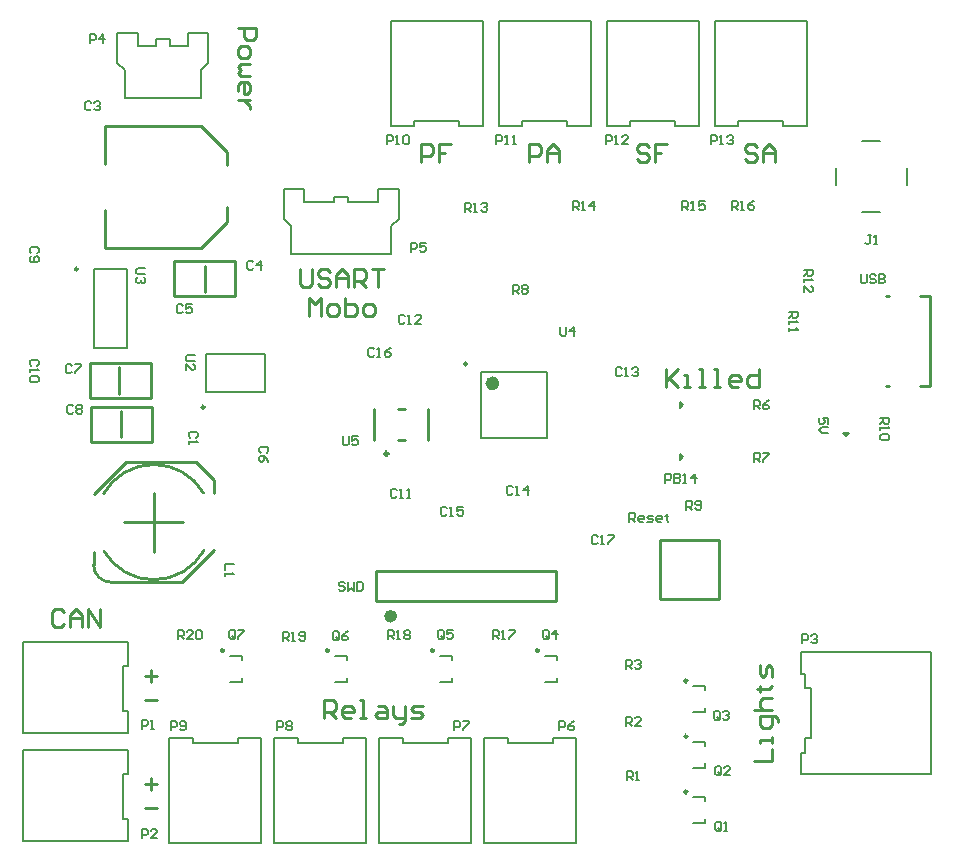
<source format=gto>
G04 Layer_Color=65535*
%FSLAX25Y25*%
%MOIN*%
G70*
G01*
G75*
%ADD32C,0.01000*%
%ADD54C,0.00984*%
%ADD55C,0.01181*%
%ADD56C,0.02362*%
%ADD57C,0.00787*%
%ADD58C,0.00500*%
%ADD59C,0.00600*%
D32*
X66501Y123001D02*
G03*
X33174Y122834I-16615J-9646D01*
G01*
X29807Y99181D02*
G03*
X35713Y93276I5906J0D01*
G01*
X33292Y103671D02*
G03*
X66627Y103928I16593J9684D01*
G01*
X69965Y123035D02*
Y127528D01*
X29807Y99181D02*
Y103500D01*
X49886Y103512D02*
Y113355D01*
X40043D02*
X49886D01*
Y123197D01*
Y113355D02*
X59728D01*
X64059Y133433D02*
X69965Y127528D01*
X40634Y133433D02*
X64059D01*
X29807Y122607D02*
X40634Y133433D01*
X35713Y93276D02*
X59138D01*
X69965Y104103D01*
X38925Y141630D02*
Y150449D01*
X49437Y140173D02*
Y151827D01*
X29083D02*
X49437D01*
X29083Y140173D02*
Y151827D01*
Y140173D02*
X49437D01*
X38445Y156130D02*
Y164949D01*
X48957Y154673D02*
Y166327D01*
X28602D02*
X48957D01*
X28602Y154673D02*
Y166327D01*
Y154673D02*
X48957D01*
X67075Y190051D02*
Y198870D01*
X56563Y188673D02*
Y200327D01*
Y188673D02*
X76917D01*
Y200327D01*
X56563D02*
X76917D01*
X33724Y232776D02*
Y245276D01*
Y204724D02*
Y217224D01*
Y204724D02*
X65724D01*
X74276Y213276D02*
Y218276D01*
X65724Y204724D02*
X74276Y213276D01*
X65724Y245276D02*
X74276Y236724D01*
Y232500D02*
Y236724D01*
X33724Y245276D02*
X65724D01*
X308465Y158591D02*
Y188709D01*
X305217D02*
X308465D01*
X305217Y158591D02*
X308465D01*
X293996Y188709D02*
X295079D01*
X293898Y158591D02*
X294980D01*
X141406Y140882D02*
Y151118D01*
X123295Y140882D02*
Y151118D01*
X131169Y140882D02*
X133532D01*
X131169Y151118D02*
X133532D01*
X123850Y87000D02*
X183850D01*
Y97000D01*
X123850D02*
X183850D01*
X123850Y87000D02*
Y97000D01*
X238193Y87657D02*
Y107343D01*
X218508D02*
X238193D01*
X218508Y87657D02*
Y107343D01*
Y87657D02*
X238193D01*
X98500Y197596D02*
Y192597D01*
X99500Y191598D01*
X101499D01*
X102499Y192597D01*
Y197596D01*
X108497Y196596D02*
X107497Y197596D01*
X105498D01*
X104498Y196596D01*
Y195596D01*
X105498Y194597D01*
X107497D01*
X108497Y193597D01*
Y192597D01*
X107497Y191598D01*
X105498D01*
X104498Y192597D01*
X110496Y191598D02*
Y195596D01*
X112496Y197596D01*
X114495Y195596D01*
Y191598D01*
Y194597D01*
X110496D01*
X116494Y191598D02*
Y197596D01*
X119493D01*
X120493Y196596D01*
Y194597D01*
X119493Y193597D01*
X116494D01*
X118493D02*
X120493Y191598D01*
X122492Y197596D02*
X126491D01*
X124492D01*
Y191598D01*
X101499Y182000D02*
Y187998D01*
X103498Y185999D01*
X105498Y187998D01*
Y182000D01*
X108497D02*
X110496D01*
X111496Y183000D01*
Y184999D01*
X110496Y185999D01*
X108497D01*
X107497Y184999D01*
Y183000D01*
X108497Y182000D01*
X113495Y187998D02*
Y182000D01*
X116494D01*
X117494Y183000D01*
Y183999D01*
Y184999D01*
X116494Y185999D01*
X113495D01*
X120493Y182000D02*
X122492D01*
X123492Y183000D01*
Y184999D01*
X122492Y185999D01*
X120493D01*
X119493Y184999D01*
Y183000D01*
X120493Y182000D01*
X220500Y164498D02*
Y158500D01*
Y160499D01*
X224499Y164498D01*
X221500Y161499D01*
X224499Y158500D01*
X226498D02*
X228497D01*
X227498D01*
Y162499D01*
X226498D01*
X231496Y158500D02*
X233496D01*
X232496D01*
Y164498D01*
X231496D01*
X236495Y158500D02*
X238494D01*
X237494D01*
Y164498D01*
X236495D01*
X244492Y158500D02*
X242493D01*
X241493Y159500D01*
Y161499D01*
X242493Y162499D01*
X244492D01*
X245492Y161499D01*
Y160499D01*
X241493D01*
X251490Y164498D02*
Y158500D01*
X248491D01*
X247491Y159500D01*
Y161499D01*
X248491Y162499D01*
X251490D01*
X106500Y48000D02*
Y53998D01*
X109499D01*
X110499Y52998D01*
Y50999D01*
X109499Y49999D01*
X106500D01*
X108499D02*
X110499Y48000D01*
X115497D02*
X113498D01*
X112498Y49000D01*
Y50999D01*
X113498Y51999D01*
X115497D01*
X116497Y50999D01*
Y49999D01*
X112498D01*
X118496Y48000D02*
X120495D01*
X119496D01*
Y53998D01*
X118496D01*
X124494Y51999D02*
X126494D01*
X127493Y50999D01*
Y48000D01*
X124494D01*
X123495Y49000D01*
X124494Y49999D01*
X127493D01*
X129493Y51999D02*
Y49000D01*
X130492Y48000D01*
X133491D01*
Y47000D01*
X132492Y46001D01*
X131492D01*
X133491Y48000D02*
Y51999D01*
X135491Y48000D02*
X138490D01*
X139489Y49000D01*
X138490Y49999D01*
X136490D01*
X135491Y50999D01*
X136490Y51999D01*
X139489D01*
X78000Y278000D02*
X83998D01*
Y275001D01*
X82998Y274001D01*
X80999D01*
X79999Y275001D01*
Y278000D01*
X78000Y271002D02*
Y269003D01*
X79000Y268003D01*
X80999D01*
X81999Y269003D01*
Y271002D01*
X80999Y272002D01*
X79000D01*
X78000Y271002D01*
X81999Y266004D02*
X79000D01*
X78000Y265004D01*
X79000Y264004D01*
X78000Y263005D01*
X79000Y262005D01*
X81999D01*
X78000Y257007D02*
Y259006D01*
X79000Y260006D01*
X80999D01*
X81999Y259006D01*
Y257007D01*
X80999Y256007D01*
X79999D01*
Y260006D01*
X81999Y254008D02*
X78000D01*
X79999D01*
X80999Y253008D01*
X81999Y252008D01*
Y251009D01*
X250999Y238349D02*
X249999Y239349D01*
X248000D01*
X247000Y238349D01*
Y237349D01*
X248000Y236349D01*
X249999D01*
X250999Y235350D01*
Y234350D01*
X249999Y233350D01*
X248000D01*
X247000Y234350D01*
X252998Y233350D02*
Y237349D01*
X254997Y239349D01*
X256997Y237349D01*
Y233350D01*
Y236349D01*
X252998D01*
X214999Y238349D02*
X213999Y239349D01*
X212000D01*
X211000Y238349D01*
Y237349D01*
X212000Y236349D01*
X213999D01*
X214999Y235350D01*
Y234350D01*
X213999Y233350D01*
X212000D01*
X211000Y234350D01*
X220997Y239349D02*
X216998D01*
Y236349D01*
X218997D01*
X216998D01*
Y233350D01*
X175000D02*
Y239349D01*
X177999D01*
X178999Y238349D01*
Y236349D01*
X177999Y235350D01*
X175000D01*
X180998Y233350D02*
Y237349D01*
X182997Y239349D01*
X184997Y237349D01*
Y233350D01*
Y236349D01*
X180998D01*
X139000Y233350D02*
Y239349D01*
X141999D01*
X142999Y238349D01*
Y236349D01*
X141999Y235350D01*
X139000D01*
X148997Y239349D02*
X144998D01*
Y236349D01*
X146997D01*
X144998D01*
Y233350D01*
X46949Y25999D02*
X50947D01*
X48948Y27998D02*
Y24000D01*
X46949Y17999D02*
X50947D01*
X46949Y53999D02*
X50947D01*
X46949Y61999D02*
X50947D01*
X48948Y63998D02*
Y60000D01*
X19948Y83498D02*
X18948Y84498D01*
X16949D01*
X15949Y83498D01*
Y79500D01*
X16949Y78500D01*
X18948D01*
X19948Y79500D01*
X21947Y78500D02*
Y82499D01*
X23946Y84498D01*
X25946Y82499D01*
Y78500D01*
Y81499D01*
X21947D01*
X27945Y78500D02*
Y84498D01*
X31944Y78500D01*
Y84498D01*
X250002Y33878D02*
X256000D01*
Y37877D01*
Y39876D02*
Y41875D01*
Y40876D01*
X252001D01*
Y39876D01*
X257999Y46874D02*
Y47873D01*
X257000Y48873D01*
X252001D01*
Y45874D01*
X253001Y44874D01*
X255000D01*
X256000Y45874D01*
Y48873D01*
X250002Y50872D02*
X256000D01*
X253001D01*
X252001Y51872D01*
Y53872D01*
X253001Y54871D01*
X256000D01*
X251002Y57870D02*
X252001D01*
Y56871D01*
Y58870D01*
Y57870D01*
X255000D01*
X256000Y58870D01*
Y61869D02*
Y64868D01*
X255000Y65868D01*
X254001Y64868D01*
Y62869D01*
X253001Y61869D01*
X252001Y62869D01*
Y65868D01*
D54*
X66843Y151681D02*
G03*
X66843Y151681I-492J0D01*
G01*
X154299Y166083D02*
G03*
X154299Y166083I-492J0D01*
G01*
X73252Y70602D02*
G03*
X73252Y70602I-492J0D01*
G01*
X108252D02*
G03*
X108252Y70602I-492J0D01*
G01*
X143252D02*
G03*
X143252Y70602I-492J0D01*
G01*
X178252D02*
G03*
X178252Y70602I-492J0D01*
G01*
X227752Y60480D02*
G03*
X227752Y60480I-492J0D01*
G01*
Y41980D02*
G03*
X227752Y41980I-492J0D01*
G01*
Y23480D02*
G03*
X227752Y23480I-492J0D01*
G01*
X24575Y197689D02*
G03*
X24575Y197689I-492J0D01*
G01*
D55*
X128020Y136158D02*
G03*
X128020Y136158I-591J0D01*
G01*
D56*
X163945Y159587D02*
G03*
X163945Y159587I-1181J0D01*
G01*
X129850Y82000D02*
G03*
X129850Y82000I-1000J0D01*
G01*
D57*
X277189Y225587D02*
Y231413D01*
X300811Y225587D02*
Y231413D01*
X286087Y240311D02*
X291913D01*
X286087Y216689D02*
X291913D01*
X67157Y156701D02*
X86843D01*
X67157Y169299D02*
X86843D01*
X67157Y156701D02*
Y169299D01*
X86843Y156701D02*
Y169299D01*
X158827Y141476D02*
X180874D01*
X158827Y163524D02*
X180874D01*
Y141476D02*
Y163524D01*
X158827Y141476D02*
Y163524D01*
X75220Y68831D02*
X79157D01*
Y67453D02*
Y68831D01*
X75220Y60169D02*
X79157D01*
Y61547D01*
X110220Y68831D02*
X114157D01*
Y67453D02*
Y68831D01*
X110220Y60169D02*
X114157D01*
Y61547D01*
X145220Y68831D02*
X149157D01*
Y67453D02*
Y68831D01*
X145220Y60169D02*
X149157D01*
Y61547D01*
X180220Y68831D02*
X184157D01*
Y67453D02*
Y68831D01*
X180220Y60169D02*
X184157D01*
Y61547D01*
X229720Y58709D02*
X233657D01*
Y57331D02*
Y58709D01*
X229720Y50047D02*
X233657D01*
Y51425D01*
X229720Y40209D02*
X233657D01*
Y38831D02*
Y40209D01*
X229720Y31547D02*
X233657D01*
Y32925D01*
X229720Y21709D02*
X233657D01*
Y20331D02*
Y21709D01*
X229720Y13047D02*
X233657D01*
Y14425D01*
X29988Y171311D02*
Y197689D01*
X41012Y171311D02*
Y197689D01*
X29988D02*
X41012D01*
X29988Y171311D02*
X41012D01*
D58*
X225358Y134016D02*
X226343Y135000D01*
X225358Y134016D02*
Y135984D01*
X226343Y135000D01*
X237000Y245350D02*
Y253142D01*
Y245350D02*
X244500D01*
Y247142D01*
X249799D01*
X254327D01*
X259500D01*
Y245350D02*
Y247142D01*
Y245350D02*
X267500D01*
X237000Y280350D02*
X267500D01*
X237000Y253142D02*
Y280350D01*
X267500Y245350D02*
Y252768D01*
Y280350D01*
X201000Y245350D02*
Y253142D01*
Y245350D02*
X208500D01*
Y247142D01*
X213799D01*
X218327D01*
X223500D01*
Y245350D02*
Y247142D01*
Y245350D02*
X231500D01*
X201000Y280350D02*
X231500D01*
X201000Y253142D02*
Y280350D01*
X231500Y245350D02*
Y252768D01*
Y280350D01*
X165000Y245350D02*
Y253142D01*
Y245350D02*
X172500D01*
Y247142D01*
X177799D01*
X182327D01*
X187500D01*
Y245350D02*
Y247142D01*
Y245350D02*
X195500D01*
X165000Y280350D02*
X195500D01*
X165000Y253142D02*
Y280350D01*
X195500Y245350D02*
Y252768D01*
Y280350D01*
X129000Y245350D02*
Y253142D01*
Y245350D02*
X136500D01*
Y247142D01*
X141799D01*
X146327D01*
X151500D01*
Y245350D02*
Y247142D01*
Y245350D02*
X159500D01*
X129000Y280350D02*
X159500D01*
X129000Y253142D02*
Y280350D01*
X159500Y245350D02*
Y252768D01*
Y280350D01*
X85500Y33709D02*
Y41500D01*
X78000D02*
X85500D01*
X78000Y39709D02*
Y41500D01*
X72701Y39709D02*
X78000D01*
X68173D02*
X72701D01*
X63000D02*
X68173D01*
X63000D02*
Y41500D01*
X55000D02*
X63000D01*
X55000Y6500D02*
X85500D01*
Y33709D01*
X55000Y34083D02*
Y41500D01*
Y6500D02*
Y34083D01*
X120500Y33709D02*
Y41500D01*
X113000D02*
X120500D01*
X113000Y39709D02*
Y41500D01*
X107701Y39709D02*
X113000D01*
X103173D02*
X107701D01*
X98000D02*
X103173D01*
X98000D02*
Y41500D01*
X90000D02*
X98000D01*
X90000Y6500D02*
X120500D01*
Y33709D01*
X90000Y34083D02*
Y41500D01*
Y6500D02*
Y34083D01*
X155500Y33709D02*
Y41500D01*
X148000D02*
X155500D01*
X148000Y39709D02*
Y41500D01*
X142701Y39709D02*
X148000D01*
X138173D02*
X142701D01*
X133000D02*
X138173D01*
X133000D02*
Y41500D01*
X125000D02*
X133000D01*
X125000Y6500D02*
X155500D01*
Y33709D01*
X125000Y34083D02*
Y41500D01*
Y6500D02*
Y34083D01*
X190500Y33709D02*
Y41500D01*
X183000D02*
X190500D01*
X183000Y39709D02*
Y41500D01*
X177701Y39709D02*
X183000D01*
X173173D02*
X177701D01*
X168000D02*
X173173D01*
X168000D02*
Y41500D01*
X160000D02*
X168000D01*
X160000Y6500D02*
X190500D01*
Y33709D01*
X160000Y34083D02*
Y41500D01*
Y6500D02*
Y34083D01*
X99972Y220209D02*
X110110D01*
Y221665D01*
X114638D01*
Y220209D02*
Y221665D01*
Y220209D02*
X124776D01*
X95642Y202886D02*
Y211941D01*
X93280Y214303D02*
X95642Y211941D01*
X93280Y214303D02*
Y224539D01*
X129106Y202886D02*
Y211941D01*
X131469Y214303D01*
X95642Y202886D02*
X129106D01*
X93280Y224539D02*
X99972D01*
Y220209D02*
Y224539D01*
X124776Y220209D02*
Y224539D01*
X131469D01*
Y214303D02*
Y224539D01*
X265461Y69965D02*
X287114D01*
X265461Y29413D02*
X287114D01*
X265461D02*
Y36500D01*
X266839D01*
Y41224D01*
X265461Y62878D02*
Y69965D01*
Y62878D02*
X266839D01*
Y58154D02*
Y62878D01*
Y58154D02*
X269004D01*
Y41224D02*
Y58154D01*
X266839Y41224D02*
X269004D01*
X287114Y69965D02*
X308787D01*
X308800Y69951D01*
X287114Y29413D02*
X308765D01*
X308800Y29449D01*
Y69951D01*
X33657Y7000D02*
X41449D01*
Y14500D01*
X39657D02*
X41449D01*
X39657D02*
Y19799D01*
Y24327D01*
Y29500D01*
X41449D01*
Y37500D01*
X6449Y7000D02*
Y37500D01*
Y7000D02*
X33657D01*
X34031Y37500D02*
X41449D01*
X6449D02*
X34031D01*
X33657Y43000D02*
X41449D01*
Y50500D01*
X39657D02*
X41449D01*
X39657D02*
Y55799D01*
Y60327D01*
Y65500D01*
X41449D01*
Y73500D01*
X6449Y43000D02*
Y73500D01*
Y43000D02*
X33657D01*
X34031Y73500D02*
X41449D01*
X6449D02*
X34031D01*
X225358Y151516D02*
X226343Y152500D01*
X225358Y151516D02*
Y153484D01*
X226343Y152500D01*
X279516Y143142D02*
X280500Y142157D01*
X279516Y143142D02*
X281484D01*
X280500Y142157D02*
X281484Y143142D01*
X68094Y266303D02*
Y276539D01*
X61402D02*
X68094D01*
X61402Y272209D02*
Y276539D01*
X55201Y272209D02*
X61402D01*
X55201D02*
Y274335D01*
X50673D02*
X55201D01*
X50673Y272209D02*
Y274335D01*
X44472Y272209D02*
X50673D01*
X44472D02*
Y276539D01*
X37780D02*
X44472D01*
X40142Y254886D02*
X65732D01*
Y263941D02*
X68094Y266303D01*
X65732Y254886D02*
Y263941D01*
X37780Y266303D02*
Y276539D01*
Y266303D02*
X40142Y263941D01*
Y254886D02*
Y263941D01*
D59*
X288999Y208999D02*
X288000D01*
X288499D01*
Y206500D01*
X288000Y206000D01*
X287500D01*
X287000Y206500D01*
X289999Y206000D02*
X290999D01*
X290499D01*
Y208999D01*
X289999Y208499D01*
X63499Y169000D02*
X61000D01*
X60500Y168500D01*
Y167500D01*
X61000Y167001D01*
X63499D01*
X60500Y164002D02*
Y166001D01*
X62499Y164002D01*
X62999D01*
X63499Y164501D01*
Y165501D01*
X62999Y166001D01*
X76499Y99500D02*
X73500D01*
Y97501D01*
Y96501D02*
Y95501D01*
Y96001D01*
X76499D01*
X75999Y96501D01*
X22999Y151999D02*
X22500Y152499D01*
X21500D01*
X21000Y151999D01*
Y150000D01*
X21500Y149500D01*
X22500D01*
X22999Y150000D01*
X23999Y151999D02*
X24499Y152499D01*
X25499D01*
X25998Y151999D01*
Y151499D01*
X25499Y150999D01*
X25998Y150500D01*
Y150000D01*
X25499Y149500D01*
X24499D01*
X23999Y150000D01*
Y150500D01*
X24499Y150999D01*
X23999Y151499D01*
Y151999D01*
X24499Y150999D02*
X25499D01*
X22499Y165499D02*
X22000Y165999D01*
X21000D01*
X20500Y165499D01*
Y163500D01*
X21000Y163000D01*
X22000D01*
X22499Y163500D01*
X23499Y165999D02*
X25498D01*
Y165499D01*
X23499Y163500D01*
Y163000D01*
X87499Y136501D02*
X87999Y137001D01*
Y138000D01*
X87499Y138500D01*
X85500D01*
X85000Y138000D01*
Y137001D01*
X85500Y136501D01*
X87999Y133502D02*
X87499Y134501D01*
X86500Y135501D01*
X85500D01*
X85000Y135001D01*
Y134001D01*
X85500Y133502D01*
X86000D01*
X86500Y134001D01*
Y135501D01*
X59499Y185499D02*
X59000Y185999D01*
X58000D01*
X57500Y185499D01*
Y183500D01*
X58000Y183000D01*
X59000D01*
X59499Y183500D01*
X62498Y185999D02*
X60499D01*
Y184500D01*
X61499Y184999D01*
X61999D01*
X62498Y184500D01*
Y183500D01*
X61999Y183000D01*
X60999D01*
X60499Y183500D01*
X82999Y199999D02*
X82499Y200499D01*
X81500D01*
X81000Y199999D01*
Y198000D01*
X81500Y197500D01*
X82499D01*
X82999Y198000D01*
X85499Y197500D02*
Y200499D01*
X83999Y199000D01*
X85998D01*
X29099Y253099D02*
X28600Y253599D01*
X27600D01*
X27100Y253099D01*
Y251100D01*
X27600Y250600D01*
X28600D01*
X29099Y251100D01*
X30099Y253099D02*
X30599Y253599D01*
X31599D01*
X32098Y253099D01*
Y252599D01*
X31599Y252099D01*
X31099D01*
X31599D01*
X32098Y251600D01*
Y251100D01*
X31599Y250600D01*
X30599D01*
X30099Y251100D01*
X63999Y141501D02*
X64499Y142000D01*
Y143000D01*
X63999Y143500D01*
X62000D01*
X61500Y143000D01*
Y142000D01*
X62000Y141501D01*
X61500Y140501D02*
Y139501D01*
Y140001D01*
X64499D01*
X63999Y140501D01*
X285500Y195999D02*
Y193500D01*
X286000Y193000D01*
X287000D01*
X287499Y193500D01*
Y195999D01*
X290498Y195499D02*
X289999Y195999D01*
X288999D01*
X288499Y195499D01*
Y194999D01*
X288999Y194500D01*
X289999D01*
X290498Y194000D01*
Y193500D01*
X289999Y193000D01*
X288999D01*
X288499Y193500D01*
X291498Y195999D02*
Y193000D01*
X292998D01*
X293497Y193500D01*
Y194000D01*
X292998Y194500D01*
X291498D01*
X292998D01*
X293497Y194999D01*
Y195499D01*
X292998Y195999D01*
X291498D01*
X112850Y141999D02*
Y139500D01*
X113350Y139000D01*
X114350D01*
X114850Y139500D01*
Y141999D01*
X117849D02*
X115849D01*
Y140499D01*
X116849Y140999D01*
X117349D01*
X117849Y140499D01*
Y139500D01*
X117349Y139000D01*
X116349D01*
X115849Y139500D01*
X185350Y178499D02*
Y176000D01*
X185850Y175500D01*
X186850D01*
X187350Y176000D01*
Y178499D01*
X189849Y175500D02*
Y178499D01*
X188349Y176999D01*
X190349D01*
X113499Y92999D02*
X112999Y93499D01*
X112000D01*
X111500Y92999D01*
Y92499D01*
X112000Y92000D01*
X112999D01*
X113499Y91500D01*
Y91000D01*
X112999Y90500D01*
X112000D01*
X111500Y91000D01*
X114499Y93499D02*
Y90500D01*
X115499Y91500D01*
X116498Y90500D01*
Y93499D01*
X117498D02*
Y90500D01*
X118998D01*
X119497Y91000D01*
Y92999D01*
X118998Y93499D01*
X117498D01*
X208350Y113500D02*
Y116499D01*
X209850D01*
X210350Y115999D01*
Y114999D01*
X209850Y114500D01*
X208350D01*
X209350D02*
X210350Y113500D01*
X212849D02*
X211849D01*
X211349Y114000D01*
Y114999D01*
X211849Y115499D01*
X212849D01*
X213349Y114999D01*
Y114500D01*
X211349D01*
X214349Y113500D02*
X215848D01*
X216348Y114000D01*
X215848Y114500D01*
X214848D01*
X214349Y114999D01*
X214848Y115499D01*
X216348D01*
X218847Y113500D02*
X217847D01*
X217348Y114000D01*
Y114999D01*
X217847Y115499D01*
X218847D01*
X219347Y114999D01*
Y114500D01*
X217348D01*
X220846Y115999D02*
Y115499D01*
X220346D01*
X221346D01*
X220846D01*
Y114000D01*
X221346Y113500D01*
X57950Y74250D02*
Y77249D01*
X59449D01*
X59949Y76749D01*
Y75749D01*
X59449Y75250D01*
X57950D01*
X58950D02*
X59949Y74250D01*
X62948D02*
X60949D01*
X62948Y76249D01*
Y76749D01*
X62449Y77249D01*
X61449D01*
X60949Y76749D01*
X63948D02*
X64448Y77249D01*
X65448D01*
X65947Y76749D01*
Y74750D01*
X65448Y74250D01*
X64448D01*
X63948Y74750D01*
Y76749D01*
X92950Y73750D02*
Y76749D01*
X94450D01*
X94949Y76249D01*
Y75249D01*
X94450Y74750D01*
X92950D01*
X93950D02*
X94949Y73750D01*
X95949D02*
X96949D01*
X96449D01*
Y76749D01*
X95949Y76249D01*
X98448Y74250D02*
X98948Y73750D01*
X99948D01*
X100448Y74250D01*
Y76249D01*
X99948Y76749D01*
X98948D01*
X98448Y76249D01*
Y75749D01*
X98948Y75249D01*
X100448D01*
X127950Y74250D02*
Y77249D01*
X129449D01*
X129949Y76749D01*
Y75749D01*
X129449Y75250D01*
X127950D01*
X128950D02*
X129949Y74250D01*
X130949D02*
X131949D01*
X131449D01*
Y77249D01*
X130949Y76749D01*
X133448D02*
X133948Y77249D01*
X134948D01*
X135448Y76749D01*
Y76249D01*
X134948Y75749D01*
X135448Y75250D01*
Y74750D01*
X134948Y74250D01*
X133948D01*
X133448Y74750D01*
Y75250D01*
X133948Y75749D01*
X133448Y76249D01*
Y76749D01*
X133948Y75749D02*
X134948D01*
X162950Y74250D02*
Y77249D01*
X164450D01*
X164949Y76749D01*
Y75749D01*
X164450Y75250D01*
X162950D01*
X163950D02*
X164949Y74250D01*
X165949D02*
X166949D01*
X166449D01*
Y77249D01*
X165949Y76749D01*
X168448Y77249D02*
X170448D01*
Y76749D01*
X168448Y74750D01*
Y74250D01*
X242500Y217500D02*
Y220499D01*
X244000D01*
X244499Y219999D01*
Y219000D01*
X244000Y218500D01*
X242500D01*
X243500D02*
X244499Y217500D01*
X245499D02*
X246499D01*
X245999D01*
Y220499D01*
X245499Y219999D01*
X249998Y220499D02*
X248998Y219999D01*
X247998Y219000D01*
Y218000D01*
X248498Y217500D01*
X249498D01*
X249998Y218000D01*
Y218500D01*
X249498Y219000D01*
X247998D01*
X226000Y217350D02*
Y220349D01*
X227500D01*
X227999Y219850D01*
Y218850D01*
X227500Y218350D01*
X226000D01*
X227000D02*
X227999Y217350D01*
X228999D02*
X229999D01*
X229499D01*
Y220349D01*
X228999Y219850D01*
X233498Y220349D02*
X231498D01*
Y218850D01*
X232498Y219350D01*
X232998D01*
X233498Y218850D01*
Y217850D01*
X232998Y217350D01*
X231998D01*
X231498Y217850D01*
X189500Y217350D02*
Y220349D01*
X190999D01*
X191499Y219850D01*
Y218850D01*
X190999Y218350D01*
X189500D01*
X190500D02*
X191499Y217350D01*
X192499D02*
X193499D01*
X192999D01*
Y220349D01*
X192499Y219850D01*
X196498Y217350D02*
Y220349D01*
X194998Y218850D01*
X196998D01*
X153500Y216850D02*
Y219849D01*
X154999D01*
X155499Y219350D01*
Y218350D01*
X154999Y217850D01*
X153500D01*
X154500D02*
X155499Y216850D01*
X156499D02*
X157499D01*
X156999D01*
Y219849D01*
X156499Y219350D01*
X158998D02*
X159498Y219849D01*
X160498D01*
X160998Y219350D01*
Y218850D01*
X160498Y218350D01*
X159998D01*
X160498D01*
X160998Y217850D01*
Y217350D01*
X160498Y216850D01*
X159498D01*
X158998Y217350D01*
X266500Y197500D02*
X269499D01*
Y196001D01*
X268999Y195501D01*
X268000D01*
X267500Y196001D01*
Y197500D01*
Y196500D02*
X266500Y195501D01*
Y194501D02*
Y193501D01*
Y194001D01*
X269499D01*
X268999Y194501D01*
X266500Y190002D02*
Y192002D01*
X268499Y190002D01*
X268999D01*
X269499Y190502D01*
Y191502D01*
X268999Y192002D01*
X261500Y183500D02*
X264499D01*
Y182001D01*
X263999Y181501D01*
X263000D01*
X262500Y182001D01*
Y183500D01*
Y182500D02*
X261500Y181501D01*
Y180501D02*
Y179501D01*
Y180001D01*
X264499D01*
X263999Y180501D01*
X261500Y178002D02*
Y177002D01*
Y177502D01*
X264499D01*
X263999Y178002D01*
X292000Y148150D02*
X294999D01*
Y146650D01*
X294499Y146150D01*
X293499D01*
X293000Y146650D01*
Y148150D01*
Y147150D02*
X292000Y146150D01*
Y145151D02*
Y144151D01*
Y144651D01*
X294999D01*
X294499Y145151D01*
Y142651D02*
X294999Y142151D01*
Y141152D01*
X294499Y140652D01*
X292500D01*
X292000Y141152D01*
Y142151D01*
X292500Y142651D01*
X294499D01*
X227350Y117500D02*
Y120499D01*
X228850D01*
X229350Y119999D01*
Y119000D01*
X228850Y118500D01*
X227350D01*
X228350D02*
X229350Y117500D01*
X230349Y118000D02*
X230849Y117500D01*
X231849D01*
X232349Y118000D01*
Y119999D01*
X231849Y120499D01*
X230849D01*
X230349Y119999D01*
Y119499D01*
X230849Y119000D01*
X232349D01*
X169500Y189500D02*
Y192499D01*
X171000D01*
X171499Y191999D01*
Y190999D01*
X171000Y190500D01*
X169500D01*
X170500D02*
X171499Y189500D01*
X172499Y191999D02*
X172999Y192499D01*
X173999D01*
X174498Y191999D01*
Y191499D01*
X173999Y190999D01*
X174498Y190500D01*
Y190000D01*
X173999Y189500D01*
X172999D01*
X172499Y190000D01*
Y190500D01*
X172999Y190999D01*
X172499Y191499D01*
Y191999D01*
X172999Y190999D02*
X173999D01*
X250000Y133500D02*
Y136499D01*
X251500D01*
X251999Y135999D01*
Y135000D01*
X251500Y134500D01*
X250000D01*
X251000D02*
X251999Y133500D01*
X252999Y136499D02*
X254998D01*
Y135999D01*
X252999Y134000D01*
Y133500D01*
X249850Y151000D02*
Y153999D01*
X251350D01*
X251850Y153499D01*
Y152499D01*
X251350Y152000D01*
X249850D01*
X250850D02*
X251850Y151000D01*
X254849Y153999D02*
X253849Y153499D01*
X252849Y152499D01*
Y151500D01*
X253349Y151000D01*
X254349D01*
X254849Y151500D01*
Y152000D01*
X254349Y152499D01*
X252849D01*
X207250Y64428D02*
Y67427D01*
X208750D01*
X209249Y66927D01*
Y65927D01*
X208750Y65428D01*
X207250D01*
X208250D02*
X209249Y64428D01*
X210249Y66927D02*
X210749Y67427D01*
X211749D01*
X212248Y66927D01*
Y66427D01*
X211749Y65927D01*
X211249D01*
X211749D01*
X212248Y65428D01*
Y64928D01*
X211749Y64428D01*
X210749D01*
X210249Y64928D01*
X207250Y45428D02*
Y48427D01*
X208750D01*
X209249Y47927D01*
Y46927D01*
X208750Y46428D01*
X207250D01*
X208250D02*
X209249Y45428D01*
X212248D02*
X210249D01*
X212248Y47427D01*
Y47927D01*
X211749Y48427D01*
X210749D01*
X210249Y47927D01*
X207500Y27378D02*
Y30377D01*
X208999D01*
X209499Y29877D01*
Y28877D01*
X208999Y28378D01*
X207500D01*
X208500D02*
X209499Y27378D01*
X210499D02*
X211499D01*
X210999D01*
Y30377D01*
X210499Y29877D01*
X76999Y75000D02*
Y76999D01*
X76499Y77499D01*
X75500D01*
X75000Y76999D01*
Y75000D01*
X75500Y74500D01*
X76499D01*
X76000Y75500D02*
X76999Y74500D01*
X76499D02*
X76999Y75000D01*
X77999Y77499D02*
X79998D01*
Y76999D01*
X77999Y75000D01*
Y74500D01*
X111499Y74500D02*
Y76499D01*
X111000Y76999D01*
X110000D01*
X109500Y76499D01*
Y74500D01*
X110000Y74000D01*
X111000D01*
X110500Y75000D02*
X111499Y74000D01*
X111000D02*
X111499Y74500D01*
X114498Y76999D02*
X113499Y76499D01*
X112499Y75499D01*
Y74500D01*
X112999Y74000D01*
X113999D01*
X114498Y74500D01*
Y75000D01*
X113999Y75499D01*
X112499D01*
X146499Y75000D02*
Y76999D01*
X146000Y77499D01*
X145000D01*
X144500Y76999D01*
Y75000D01*
X145000Y74500D01*
X146000D01*
X145500Y75500D02*
X146499Y74500D01*
X146000D02*
X146499Y75000D01*
X149498Y77499D02*
X147499D01*
Y75999D01*
X148499Y76499D01*
X148999D01*
X149498Y75999D01*
Y75000D01*
X148999Y74500D01*
X147999D01*
X147499Y75000D01*
X181499D02*
Y76999D01*
X181000Y77499D01*
X180000D01*
X179500Y76999D01*
Y75000D01*
X180000Y74500D01*
X181000D01*
X180500Y75500D02*
X181499Y74500D01*
X181000D02*
X181499Y75000D01*
X183999Y74500D02*
Y77499D01*
X182499Y75999D01*
X184498D01*
X238499Y48000D02*
Y49999D01*
X238000Y50499D01*
X237000D01*
X236500Y49999D01*
Y48000D01*
X237000Y47500D01*
X238000D01*
X237500Y48500D02*
X238499Y47500D01*
X238000D02*
X238499Y48000D01*
X239499Y49999D02*
X239999Y50499D01*
X240999D01*
X241498Y49999D01*
Y49499D01*
X240999Y49000D01*
X240499D01*
X240999D01*
X241498Y48500D01*
Y48000D01*
X240999Y47500D01*
X239999D01*
X239499Y48000D01*
X238999Y29500D02*
Y31499D01*
X238499Y31999D01*
X237500D01*
X237000Y31499D01*
Y29500D01*
X237500Y29000D01*
X238499D01*
X238000Y30000D02*
X238999Y29000D01*
X238499D02*
X238999Y29500D01*
X241998Y29000D02*
X239999D01*
X241998Y30999D01*
Y31499D01*
X241498Y31999D01*
X240499D01*
X239999Y31499D01*
X238999Y11000D02*
Y12999D01*
X238499Y13499D01*
X237500D01*
X237000Y12999D01*
Y11000D01*
X237500Y10500D01*
X238499D01*
X238000Y11500D02*
X238999Y10500D01*
X238499D02*
X238999Y11000D01*
X239999Y10500D02*
X240999D01*
X240499D01*
Y13499D01*
X239999Y12999D01*
X220350Y126500D02*
Y129499D01*
X221850D01*
X222350Y128999D01*
Y127999D01*
X221850Y127500D01*
X220350D01*
X223349Y129499D02*
Y126500D01*
X224849D01*
X225349Y127000D01*
Y127500D01*
X224849Y127999D01*
X223349D01*
X224849D01*
X225349Y128499D01*
Y128999D01*
X224849Y129499D01*
X223349D01*
X226348Y126500D02*
X227348D01*
X226848D01*
Y129499D01*
X226348Y128999D01*
X230347Y126500D02*
Y129499D01*
X228848Y127999D01*
X230847D01*
X235500Y239350D02*
Y242349D01*
X237000D01*
X237499Y241850D01*
Y240850D01*
X237000Y240350D01*
X235500D01*
X238499Y239350D02*
X239499D01*
X238999D01*
Y242349D01*
X238499Y241850D01*
X240998D02*
X241498Y242349D01*
X242498D01*
X242998Y241850D01*
Y241350D01*
X242498Y240850D01*
X241998D01*
X242498D01*
X242998Y240350D01*
Y239850D01*
X242498Y239350D01*
X241498D01*
X240998Y239850D01*
X200500Y239350D02*
Y242349D01*
X201999D01*
X202499Y241850D01*
Y240850D01*
X201999Y240350D01*
X200500D01*
X203499Y239350D02*
X204499D01*
X203999D01*
Y242349D01*
X203499Y241850D01*
X207998Y239350D02*
X205998D01*
X207998Y241350D01*
Y241850D01*
X207498Y242349D01*
X206498D01*
X205998Y241850D01*
X164000Y239350D02*
Y242349D01*
X165499D01*
X165999Y241850D01*
Y240850D01*
X165499Y240350D01*
X164000D01*
X166999Y239350D02*
X167999D01*
X167499D01*
Y242349D01*
X166999Y241850D01*
X169498Y239350D02*
X170498D01*
X169998D01*
Y242349D01*
X169498Y241850D01*
X127500Y239350D02*
Y242349D01*
X128999D01*
X129499Y241850D01*
Y240850D01*
X128999Y240350D01*
X127500D01*
X130499Y239350D02*
X131499D01*
X130999D01*
Y242349D01*
X130499Y241850D01*
X132998D02*
X133498Y242349D01*
X134498D01*
X134998Y241850D01*
Y239850D01*
X134498Y239350D01*
X133498D01*
X132998Y239850D01*
Y241850D01*
X55500Y44000D02*
Y46999D01*
X56999D01*
X57499Y46499D01*
Y45500D01*
X56999Y45000D01*
X55500D01*
X58499Y44500D02*
X58999Y44000D01*
X59999D01*
X60498Y44500D01*
Y46499D01*
X59999Y46999D01*
X58999D01*
X58499Y46499D01*
Y45999D01*
X58999Y45500D01*
X60498D01*
X91000Y44000D02*
Y46999D01*
X92500D01*
X92999Y46499D01*
Y45500D01*
X92500Y45000D01*
X91000D01*
X93999Y46499D02*
X94499Y46999D01*
X95499D01*
X95998Y46499D01*
Y45999D01*
X95499Y45500D01*
X95998Y45000D01*
Y44500D01*
X95499Y44000D01*
X94499D01*
X93999Y44500D01*
Y45000D01*
X94499Y45500D01*
X93999Y45999D01*
Y46499D01*
X94499Y45500D02*
X95499D01*
X150000Y44000D02*
Y46999D01*
X151499D01*
X151999Y46499D01*
Y45500D01*
X151499Y45000D01*
X150000D01*
X152999Y46999D02*
X154998D01*
Y46499D01*
X152999Y44500D01*
Y44000D01*
X185000D02*
Y46999D01*
X186500D01*
X186999Y46499D01*
Y45500D01*
X186500Y45000D01*
X185000D01*
X189998Y46999D02*
X188999Y46499D01*
X187999Y45500D01*
Y44500D01*
X188499Y44000D01*
X189499D01*
X189998Y44500D01*
Y45000D01*
X189499Y45500D01*
X187999D01*
X135500Y203500D02*
Y206499D01*
X136999D01*
X137499Y205999D01*
Y204999D01*
X136999Y204500D01*
X135500D01*
X140498Y206499D02*
X138499D01*
Y204999D01*
X139499Y205499D01*
X139999D01*
X140498Y204999D01*
Y204000D01*
X139999Y203500D01*
X138999D01*
X138499Y204000D01*
X266000Y73000D02*
Y75999D01*
X267499D01*
X267999Y75499D01*
Y74499D01*
X267499Y74000D01*
X266000D01*
X268999Y75499D02*
X269499Y75999D01*
X270498D01*
X270998Y75499D01*
Y74999D01*
X270498Y74499D01*
X269999D01*
X270498D01*
X270998Y74000D01*
Y73500D01*
X270498Y73000D01*
X269499D01*
X268999Y73500D01*
X45949Y8000D02*
Y10999D01*
X47448D01*
X47948Y10499D01*
Y9499D01*
X47448Y9000D01*
X45949D01*
X50947Y8000D02*
X48948D01*
X50947Y9999D01*
Y10499D01*
X50447Y10999D01*
X49448D01*
X48948Y10499D01*
X45949Y44500D02*
Y47499D01*
X47448D01*
X47948Y46999D01*
Y46000D01*
X47448Y45500D01*
X45949D01*
X48948Y44500D02*
X49948D01*
X49448D01*
Y47499D01*
X48948Y46999D01*
X197850Y108499D02*
X197350Y108999D01*
X196350D01*
X195850Y108499D01*
Y106500D01*
X196350Y106000D01*
X197350D01*
X197850Y106500D01*
X198849Y106000D02*
X199849D01*
X199349D01*
Y108999D01*
X198849Y108499D01*
X201349Y108999D02*
X203348D01*
Y108499D01*
X201349Y106500D01*
Y106000D01*
X123350Y170999D02*
X122850Y171499D01*
X121850D01*
X121350Y170999D01*
Y169000D01*
X121850Y168500D01*
X122850D01*
X123350Y169000D01*
X124349Y168500D02*
X125349D01*
X124849D01*
Y171499D01*
X124349Y170999D01*
X128848Y171499D02*
X127848Y170999D01*
X126849Y170000D01*
Y169000D01*
X127348Y168500D01*
X128348D01*
X128848Y169000D01*
Y169500D01*
X128348Y170000D01*
X126849D01*
X147499Y117999D02*
X147000Y118499D01*
X146000D01*
X145500Y117999D01*
Y116000D01*
X146000Y115500D01*
X147000D01*
X147499Y116000D01*
X148499Y115500D02*
X149499D01*
X148999D01*
Y118499D01*
X148499Y117999D01*
X152998Y118499D02*
X150998D01*
Y116999D01*
X151998Y117499D01*
X152498D01*
X152998Y116999D01*
Y116000D01*
X152498Y115500D01*
X151498D01*
X150998Y116000D01*
X169499Y124999D02*
X169000Y125499D01*
X168000D01*
X167500Y124999D01*
Y123000D01*
X168000Y122500D01*
X169000D01*
X169499Y123000D01*
X170499Y122500D02*
X171499D01*
X170999D01*
Y125499D01*
X170499Y124999D01*
X174498Y122500D02*
Y125499D01*
X172998Y124000D01*
X174998D01*
X205850Y164499D02*
X205350Y164999D01*
X204350D01*
X203850Y164499D01*
Y162500D01*
X204350Y162000D01*
X205350D01*
X205850Y162500D01*
X206849Y162000D02*
X207849D01*
X207349D01*
Y164999D01*
X206849Y164499D01*
X209349D02*
X209848Y164999D01*
X210848D01*
X211348Y164499D01*
Y163999D01*
X210848Y163499D01*
X210348D01*
X210848D01*
X211348Y163000D01*
Y162500D01*
X210848Y162000D01*
X209848D01*
X209349Y162500D01*
X133499Y181999D02*
X133000Y182499D01*
X132000D01*
X131500Y181999D01*
Y180000D01*
X132000Y179500D01*
X133000D01*
X133499Y180000D01*
X134499Y179500D02*
X135499D01*
X134999D01*
Y182499D01*
X134499Y181999D01*
X138998Y179500D02*
X136998D01*
X138998Y181499D01*
Y181999D01*
X138498Y182499D01*
X137498D01*
X136998Y181999D01*
X130850Y123999D02*
X130350Y124499D01*
X129350D01*
X128850Y123999D01*
Y122000D01*
X129350Y121500D01*
X130350D01*
X130850Y122000D01*
X131849Y121500D02*
X132849D01*
X132349D01*
Y124499D01*
X131849Y123999D01*
X134349Y121500D02*
X135348D01*
X134848D01*
Y124499D01*
X134349Y123999D01*
X274499Y146150D02*
Y148150D01*
X273000D01*
X273499Y147150D01*
Y146650D01*
X273000Y146150D01*
X272000D01*
X271500Y146650D01*
Y147650D01*
X272000Y148150D01*
X274499Y145151D02*
X272500D01*
X271500Y144151D01*
X272500Y143151D01*
X274499D01*
X10999Y203001D02*
X11499Y203501D01*
Y204500D01*
X10999Y205000D01*
X9000D01*
X8500Y204500D01*
Y203501D01*
X9000Y203001D01*
Y202001D02*
X8500Y201501D01*
Y200501D01*
X9000Y200002D01*
X10999D01*
X11499Y200501D01*
Y201501D01*
X10999Y202001D01*
X10499D01*
X10000Y201501D01*
Y200002D01*
X10999Y165501D02*
X11499Y166000D01*
Y167000D01*
X10999Y167500D01*
X9000D01*
X8500Y167000D01*
Y166000D01*
X9000Y165501D01*
X8500Y164501D02*
Y163501D01*
Y164001D01*
X11499D01*
X10999Y164501D01*
Y162002D02*
X11499Y161502D01*
Y160502D01*
X10999Y160002D01*
X9000D01*
X8500Y160502D01*
Y161502D01*
X9000Y162002D01*
X10999D01*
X28500Y273000D02*
Y275999D01*
X30000D01*
X30499Y275499D01*
Y274500D01*
X30000Y274000D01*
X28500D01*
X32999Y273000D02*
Y275999D01*
X31499Y274500D01*
X33498D01*
X46999Y198000D02*
X44500D01*
X44000Y197500D01*
Y196501D01*
X44500Y196001D01*
X46999D01*
X46499Y195001D02*
X46999Y194501D01*
Y193501D01*
X46499Y193002D01*
X45999D01*
X45500Y193501D01*
Y194001D01*
Y193501D01*
X45000Y193002D01*
X44500D01*
X44000Y193501D01*
Y194501D01*
X44500Y195001D01*
M02*

</source>
